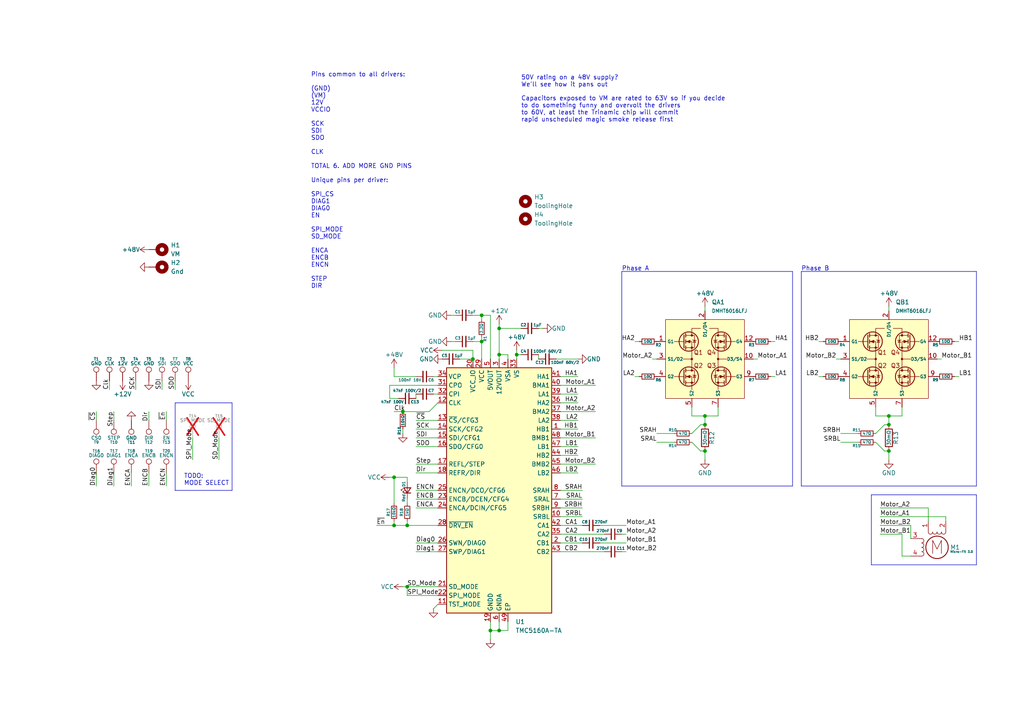
<source format=kicad_sch>
(kicad_sch (version 20230121) (generator eeschema)
  (paper "A4")
  (lib_symbols
    (symbol "Connector:TestPoint" (pin_numbers hide) (pin_names (offset 0.762) hide)
      (property "Reference" "TP" (at 0 6.858 0))
      (property "Value" "TestPoint" (at 0 5.08 0))
      (symbol "TestPoint_0_1"
        (circle (center 0 3.302) (radius 0.762))
      )
      (symbol "TestPoint_1_1"
        (pin passive line (at 0 0 90) (length 2.54) (name "1") (number "1"))
      )
    )
    (symbol "Device:C_Small" (pin_numbers hide) (pin_names (offset 0.254) hide)
      (property "Reference" "C" (at 0.254 1.778 0))
      (property "Value" "C_Small" (at 0.254 -2.032 0))
      (symbol "C_Small_0_1"
        (polyline (pts (xy -1.524 -0.508) (xy 1.524 -0.508)) (stroke (width 0.3302)))
        (polyline (pts (xy -1.524 0.508) (xy 1.524 0.508)) (stroke (width 0.3048)))
      )
      (symbol "C_Small_1_1"
        (pin passive line (at 0 2.54 270) (length 2.032) (name "~") (number "1"))
        (pin passive line (at 0 -2.54 90) (length 2.032) (name "~") (number "2"))
      )
    )
    (symbol "Device:LED_Small" (pin_numbers hide) (pin_names (offset 0.254) hide)
      (property "Reference" "D" (at -1.27 3.175 0))
      (property "Value" "LED_Small" (at -4.445 -2.54 0))
      (symbol "LED_Small_0_1"
        (polyline (pts (xy -0.762 -1.016) (xy -0.762 1.016)) (stroke (width 0.254)))
        (polyline (pts (xy 1.016 0) (xy -0.762 0)))
        (polyline (pts (xy 0.762 -1.016) (xy -0.762 0) (xy 0.762 1.016) (xy 0.762 -1.016)) (stroke (width 0.254)))
        (polyline (pts (xy 0 0.762) (xy -0.508 1.27) (xy -0.254 1.27) (xy -0.508 1.27) (xy -0.508 1.016)))
        (polyline (pts (xy 0.508 1.27) (xy 0 1.778) (xy 0.254 1.778) (xy 0 1.778) (xy 0 1.524)))
      )
      (symbol "LED_Small_1_1"
        (pin passive line (at -2.54 0 0) (length 1.778) (name "K") (number "1"))
        (pin passive line (at 2.54 0 180) (length 1.778) (name "A") (number "2"))
      )
    )
    (symbol "Device:R" (pin_numbers hide) (pin_names (offset 0))
      (property "Reference" "R" (at 2.032 0 90))
      (property "Value" "R" (at 0 0 90))
      (symbol "R_0_1"
        (rectangle (start -1.016 -2.54) (end 1.016 2.54) (stroke (width 0.254)))
      )
      (symbol "R_1_1"
        (pin passive line (at 0 3.81 270) (length 1.27) (name "~") (number "1"))
        (pin passive line (at 0 -3.81 90) (length 1.27) (name "~") (number "2"))
      )
    )
    (symbol "Device:R_Small" (pin_numbers hide) (pin_names (offset 0.254) hide)
      (property "Reference" "R" (at 0.762 0.508 0))
      (property "Value" "R_Small" (at 0.762 -1.016 0))
      (symbol "R_Small_0_1"
        (rectangle (start -0.762 1.778) (end 0.762 -1.778) (stroke (width 0.2032)))
      )
      (symbol "R_Small_1_1"
        (pin passive line (at 0 2.54 270) (length 0.762) (name "~") (number "1"))
        (pin passive line (at 0 -2.54 90) (length 0.762) (name "~") (number "2"))
      )
    )
    (symbol "Driver_Motor:TMC5160A-TA"
      (property "Reference" "U" (at -11.43 38.1 0))
      (property "Value" "TMC5160A-TA" (at 10.16 38.1 0))
      (symbol "TMC5160A-TA_1_0"
        (rectangle (start -15.24 -35.56) (end 15.24 35.56) (stroke (width 0.254)) (fill (type background)))
      )
      (symbol "TMC5160A-TA_1_1"
        (pin output line (at 17.78 17.78 180) (length 2.54) (name "HB1") (number "1"))
        (pin passive line (at 17.78 -7.62 180) (length 2.54) (name "SRBL") (number "10"))
        (pin input line (at -17.78 -33.02 0) (length 2.54) (name "TST_MODE") (number "11"))
        (pin input line (at -17.78 25.4 0) (length 2.54) (name "CLK") (number "12"))
        (pin input line (at -17.78 20.32 0) (length 2.54) (name "~{CS}/CFG3") (number "13"))
        (pin input line (at -17.78 17.78 0) (length 2.54) (name "SCK/CFG2") (number "14"))
        (pin input line (at -17.78 15.24 0) (length 2.54) (name "SDI/CFG1") (number "15"))
        (pin bidirectional line (at -17.78 12.7 0) (length 2.54) (name "SDO/CFG0") (number "16"))
        (pin input line (at -17.78 7.62 0) (length 2.54) (name "REFL/STEP") (number "17"))
        (pin input line (at -17.78 5.08 0) (length 2.54) (name "REFR/DIR") (number "18"))
        (pin power_in line (at -2.54 -38.1 90) (length 2.54) (name "GNDD") (number "19"))
        (pin passive line (at 17.78 -15.24 180) (length 2.54) (name "CB1") (number "2"))
        (pin power_in line (at -7.62 38.1 270) (length 2.54) (name "VCC_IO") (number "20"))
        (pin input line (at -17.78 -27.94 0) (length 2.54) (name "SD_MODE") (number "21"))
        (pin input line (at -17.78 -30.48 0) (length 2.54) (name "SPI_MODE") (number "22"))
        (pin input line (at -17.78 -2.54 0) (length 2.54) (name "ENCB/DCEN/CFG4") (number "23"))
        (pin input line (at -17.78 -5.08 0) (length 2.54) (name "ENCA/DCIN/CFG5") (number "24"))
        (pin bidirectional line (at -17.78 0 0) (length 2.54) (name "ENCN/DCO/CFG6") (number "25"))
        (pin bidirectional line (at -17.78 -15.24 0) (length 2.54) (name "SWN/DIAG0") (number "26"))
        (pin bidirectional line (at -17.78 -17.78 0) (length 2.54) (name "SWP/DIAG1") (number "27"))
        (pin input line (at -17.78 -10.16 0) (length 2.54) (name "~{DRV_EN}") (number "28"))
        (pin power_in line (at -5.08 38.1 270) (length 2.54) (name "VCC") (number "29"))
        (pin power_out line (at 0 38.1 270) (length 2.54) (name "12VOUT") (number "3"))
        (pin passive line (at -2.54 -38.1 90) (length 2.54) hide (name "GNDD") (number "30"))
        (pin passive line (at -17.78 30.48 0) (length 2.54) (name "CPO") (number "31"))
        (pin passive line (at -17.78 27.94 0) (length 2.54) (name "CPI") (number "32"))
        (pin power_in line (at 5.08 38.1 270) (length 2.54) (name "VS") (number "33"))
        (pin passive line (at -17.78 33.02 0) (length 2.54) (name "VCP") (number "34"))
        (pin passive line (at 17.78 -12.7 180) (length 2.54) (name "CA2") (number "35"))
        (pin output line (at 17.78 25.4 180) (length 2.54) (name "HA2") (number "36"))
        (pin passive line (at 17.78 22.86 180) (length 2.54) (name "BMA2") (number "37"))
        (pin output line (at 17.78 20.32 180) (length 2.54) (name "LA2") (number "38"))
        (pin output line (at 17.78 27.94 180) (length 2.54) (name "LA1") (number "39"))
        (pin power_in line (at 2.54 38.1 270) (length 2.54) (name "VSA") (number "4"))
        (pin passive line (at 17.78 30.48 180) (length 2.54) (name "BMA1") (number "40"))
        (pin output line (at 17.78 33.02 180) (length 2.54) (name "HA1") (number "41"))
        (pin passive line (at 17.78 -10.16 180) (length 2.54) (name "CA1") (number "42"))
        (pin passive line (at 17.78 -17.78 180) (length 2.54) (name "CB2") (number "43"))
        (pin output line (at 17.78 10.16 180) (length 2.54) (name "HB2") (number "44"))
        (pin passive line (at 17.78 7.62 180) (length 2.54) (name "BMB2") (number "45"))
        (pin output line (at 17.78 5.08 180) (length 2.54) (name "LB2") (number "46"))
        (pin output line (at 17.78 12.7 180) (length 2.54) (name "LB1") (number "47"))
        (pin passive line (at 17.78 15.24 180) (length 2.54) (name "BMB1") (number "48"))
        (pin power_in line (at 2.54 -38.1 90) (length 2.54) (name "EP") (number "49"))
        (pin power_out line (at -2.54 38.1 270) (length 2.54) (name "5VOUT") (number "5"))
        (pin power_in line (at 0 -38.1 90) (length 2.54) (name "GNDA") (number "6"))
        (pin passive line (at 17.78 -2.54 180) (length 2.54) (name "SRAL") (number "7"))
        (pin passive line (at 17.78 0 180) (length 2.54) (name "SRAH") (number "8"))
        (pin passive line (at 17.78 -5.08 180) (length 2.54) (name "SRBH") (number "9"))
      )
    )
    (symbol "GND_1" (power) (pin_names (offset 0))
      (property "Value" "GND_1" (at 0 -3.81 0))
      (symbol "GND_1_0_1"
        (polyline (pts (xy 0 0) (xy 0 -1.27) (xy 1.27 -1.27) (xy 0 -2.54) (xy -1.27 -1.27) (xy 0 -1.27)))
      )
      (symbol "GND_1_1_1"
        (pin power_in line (at 0 0 270) (length 0) hide (name "GND") (number "1"))
      )
    )
    (symbol "Mechanical:MountingHole" (pin_names (offset 1.016))
      (property "Reference" "H" (at 0 5.08 0))
      (property "Value" "MountingHole" (at 0 3.175 0))
      (symbol "MountingHole_0_1"
        (circle (center 0 0) (radius 1.27) (stroke (width 1.27)))
      )
    )
    (symbol "Mechanical:MountingHole_Pad" (pin_numbers hide) (pin_names (offset 1.016) hide)
      (property "Reference" "H" (at 0 6.35 0))
      (property "Value" "MountingHole_Pad" (at 0 4.445 0))
      (symbol "MountingHole_Pad_0_1"
        (circle (center 0 1.27) (radius 1.27) (stroke (width 1.27)))
      )
      (symbol "MountingHole_Pad_1_1"
        (pin input line (at 0 -2.54 90) (length 2.54) (name "1") (number "1"))
      )
    )
    (symbol "Motor:Stepper_Motor_bipolar" (pin_names (offset 0) hide)
      (property "Reference" "M" (at 3.81 2.54 0))
      (property "Value" "Stepper_Motor_bipolar" (at 3.81 1.27 0))
      (symbol "Stepper_Motor_bipolar_0_0"
        (polyline (pts (xy -1.27 -1.778) (xy -1.27 2.032) (xy 0 -0.508) (xy 1.27 2.032) (xy 1.27 -1.778)))
      )
      (symbol "Stepper_Motor_bipolar_0_1"
        (arc (start -4.445 -2.54) (mid -3.8127 -1.905) (end -4.445 -1.27))
        (arc (start -4.445 -1.27) (mid -3.8127 -0.635) (end -4.445 0))
        (arc (start -4.445 0) (mid -3.8127 0.635) (end -4.445 1.27))
        (arc (start -4.445 1.27) (mid -3.8127 1.905) (end -4.445 2.54))
        (arc (start -2.54 4.445) (mid -1.905 3.8127) (end -1.27 4.445))
        (arc (start -1.27 4.445) (mid -0.635 3.8127) (end 0 4.445))
        (polyline (pts (xy -5.08 -2.54) (xy -4.445 -2.54)))
        (polyline (pts (xy -5.08 2.54) (xy -4.445 2.54)))
        (polyline (pts (xy -2.54 5.08) (xy -2.54 4.445)))
        (polyline (pts (xy 2.54 5.08) (xy 2.54 4.445)))
        (circle (center 0 0) (radius 3.2512) (stroke (width 0.254)))
        (arc (start 0 4.445) (mid 0.635 3.8127) (end 1.27 4.445))
        (arc (start 1.27 4.445) (mid 1.905 3.8127) (end 2.54 4.445))
      )
      (symbol "Stepper_Motor_bipolar_1_1"
        (pin passive line (at -2.54 7.62 270) (length 2.54) (name "~") (number "1"))
        (pin passive line (at 2.54 7.62 270) (length 2.54) (name "-") (number "2"))
        (pin passive line (at -7.62 2.54 0) (length 2.54) (name "~") (number "3"))
        (pin passive line (at -7.62 -2.54 0) (length 2.54) (name "~") (number "4"))
      )
    )
    (symbol "power:+12V" (power) (pin_names (offset 0))
      (property "Value" "+12V" (at 0 3.556 0))
      (symbol "+12V_0_1"
        (polyline (pts (xy -0.762 1.27) (xy 0 2.54)))
        (polyline (pts (xy 0 0) (xy 0 2.54)))
        (polyline (pts (xy 0 2.54) (xy 0.762 1.27)))
      )
      (symbol "+12V_1_1"
        (pin power_in line (at 0 0 90) (length 0) hide (name "+12V") (number "1"))
      )
    )
    (symbol "power:+48V" (power) (pin_names (offset 0))
      (property "Value" "+48V" (at 0 3.556 0))
      (symbol "+48V_0_1"
        (polyline (pts (xy -0.762 1.27) (xy 0 2.54)))
        (polyline (pts (xy 0 0) (xy 0 2.54)))
        (polyline (pts (xy 0 2.54) (xy 0.762 1.27)))
      )
      (symbol "+48V_1_1"
        (pin power_in line (at 0 0 90) (length 0) hide (name "+48V") (number "1"))
      )
    )
    (symbol "power:GND" (power) (pin_names (offset 0))
      (property "Value" "GND" (at 0 -3.81 0))
      (symbol "GND_0_1"
        (polyline (pts (xy 0 0) (xy 0 -1.27) (xy 1.27 -1.27) (xy 0 -2.54) (xy -1.27 -1.27) (xy 0 -1.27)))
      )
      (symbol "GND_1_1"
        (pin power_in line (at 0 0 270) (length 0) hide (name "GND") (number "1"))
      )
    )
    (symbol "power:VCC" (power) (pin_names (offset 0))
      (property "Value" "VCC" (at 0 3.81 0))
      (symbol "VCC_0_1"
        (polyline (pts (xy -0.762 1.27) (xy 0 2.54)))
        (polyline (pts (xy 0 0) (xy 0 2.54)))
        (polyline (pts (xy 0 2.54) (xy 0.762 1.27)))
      )
      (symbol "VCC_1_1"
        (pin power_in line (at 0 0 90) (length 0) hide (name "VCC") (number "1"))
      )
    )
    (symbol "tmc5160-driver:DMHT6016LFJ"
      (property "Reference" "QA" (at 11.43 14.605 0))
      (property "Value" "DMHT6016LFJ" (at 11.43 12.7 0))
      (property "LCSC" "C460986" (at 0 0 0))
      (symbol "DMHT6016LFJ_0_0"
        (rectangle (start -11.43 11.43) (end 11.43 -11.43) (fill (type background)))
        (polyline (pts (xy -3.81 -7.62) (xy -3.81 -8.89)))
        (polyline (pts (xy -3.81 0) (xy -6.35 0)))
        (polyline (pts (xy 3.8102 -7.6181) (xy 3.8102 -8.8881)))
        (polyline (pts (xy 3.81 0) (xy 6.35 0)))
        (text "Q1" (at -1.905 1.905 0) (effects (font (size 1.27 1.27))))
        (text "Q2" (at -1.905 -1.905 0) (effects (font (size 1.27 1.27))))
        (text "Q3" (at 1.9052 -1.9031 0) (effects (font (size 1.27 1.27))))
        (text "Q4" (at 1.9052 1.9069 0) (effects (font (size 1.27 1.27))))
      )
      (symbol "DMHT6016LFJ_0_1"
        (circle (center -4.699 -5.08) (radius 2.794) (stroke (width 0.254)))
        (circle (center -4.699 5.08) (radius 2.794) (stroke (width 0.254)))
        (circle (center -3.81 -6.858) (radius 0.254) (fill (type outline)))
        (circle (center -3.81 -3.302) (radius 0.254) (fill (type outline)))
        (circle (center -3.81 0) (radius 0.254) (fill (type outline)))
        (circle (center -3.81 3.302) (radius 0.254) (fill (type outline)))
        (circle (center -3.81 6.858) (radius 0.254) (fill (type outline)))
        (polyline (pts (xy -6.096 -5.08) (xy -8.89 -5.08)))
        (polyline (pts (xy -6.096 -3.175) (xy -6.096 -6.985)) (stroke (width 0.254)))
        (polyline (pts (xy -6.096 5.08) (xy -8.89 5.08)))
        (polyline (pts (xy -6.096 6.985) (xy -6.096 3.175)) (stroke (width 0.254)))
        (polyline (pts (xy -5.588 -6.35) (xy -5.588 -7.366)) (stroke (width 0.254)))
        (polyline (pts (xy -5.588 -4.572) (xy -5.588 -5.588)) (stroke (width 0.254)))
        (polyline (pts (xy -5.588 -2.794) (xy -5.588 -3.81)) (stroke (width 0.254)))
        (polyline (pts (xy -5.588 3.81) (xy -5.588 2.794)) (stroke (width 0.254)))
        (polyline (pts (xy -5.588 5.588) (xy -5.588 4.572)) (stroke (width 0.254)))
        (polyline (pts (xy -5.588 7.366) (xy -5.588 6.35)) (stroke (width 0.254)))
        (polyline (pts (xy -3.81 7.62) (xy -3.81 6.858)))
        (polyline (pts (xy 3.8102 7.6219) (xy 3.8102 6.8599)))
        (polyline (pts (xy 5.5882 -6.3481) (xy 5.5882 -7.3641)) (stroke (width 0.254)))
        (polyline (pts (xy 5.5882 -4.5701) (xy 5.5882 -5.5861)) (stroke (width 0.254)))
        (polyline (pts (xy 5.5882 -2.7921) (xy 5.5882 -3.8081)) (stroke (width 0.254)))
        (polyline (pts (xy 5.5882 3.8119) (xy 5.5882 2.7959)) (stroke (width 0.254)))
        (polyline (pts (xy 5.5882 5.5899) (xy 5.5882 4.5739)) (stroke (width 0.254)))
        (polyline (pts (xy 5.5882 7.3679) (xy 5.5882 6.3519)) (stroke (width 0.254)))
        (polyline (pts (xy 6.0962 -5.0781) (xy 8.8902 -5.0781)))
        (polyline (pts (xy 6.0962 -3.1731) (xy 6.0962 -6.9831)) (stroke (width 0.254)))
        (polyline (pts (xy 6.0962 5.0819) (xy 8.8902 5.0819)))
        (polyline (pts (xy 6.0962 6.9869) (xy 6.0962 3.1769)) (stroke (width 0.254)))
        (polyline (pts (xy -3.81 -7.62) (xy -3.81 -5.08) (xy -5.588 -5.08)))
        (polyline (pts (xy -3.81 -3.302) (xy -3.81 5.08) (xy -5.588 5.08)))
        (polyline (pts (xy -3.81 7.62) (xy -3.81 8.89) (xy -1.27 8.89)))
        (polyline (pts (xy 3.8102 -7.6181) (xy 3.8102 -5.0781) (xy 5.5882 -5.0781)))
        (polyline (pts (xy 3.8102 -3.3001) (xy 3.8102 5.0819) (xy 5.5882 5.0819)))
        (polyline (pts (xy 3.8102 7.6219) (xy 3.8102 8.8919) (xy 1.2702 8.8919)))
        (polyline (pts (xy -5.588 -6.858) (xy -3.048 -6.858) (xy -3.048 -3.302) (xy -5.588 -3.302)))
        (polyline (pts (xy -5.588 3.302) (xy -3.048 3.302) (xy -3.048 6.858) (xy -5.588 6.858)))
        (polyline (pts (xy -5.334 -5.08) (xy -4.318 -4.699) (xy -4.318 -5.461) (xy -5.334 -5.08)) (fill (type outline)))
        (polyline (pts (xy -5.334 5.08) (xy -4.318 5.461) (xy -4.318 4.699) (xy -5.334 5.08)) (fill (type outline)))
        (polyline (pts (xy -3.556 -4.572) (xy -3.429 -4.699) (xy -2.667 -4.699) (xy -2.54 -4.826)))
        (polyline (pts (xy -3.556 5.588) (xy -3.429 5.461) (xy -2.667 5.461) (xy -2.54 5.334)))
        (polyline (pts (xy -3.048 -4.699) (xy -3.429 -5.334) (xy -2.667 -5.334) (xy -3.048 -4.699)))
        (polyline (pts (xy -3.048 5.461) (xy -3.429 4.826) (xy -2.667 4.826) (xy -3.048 5.461)))
        (polyline (pts (xy 3.0482 -4.6971) (xy 3.4292 -5.3321) (xy 2.6672 -5.3321) (xy 3.0482 -4.6971)))
        (polyline (pts (xy 3.0482 5.4629) (xy 3.4292 4.8279) (xy 2.6672 4.8279) (xy 3.0482 5.4629)))
        (polyline (pts (xy 3.5562 -4.5701) (xy 3.4292 -4.6971) (xy 2.6672 -4.6971) (xy 2.5402 -4.8241)))
        (polyline (pts (xy 3.5562 5.5899) (xy 3.4292 5.4629) (xy 2.6672 5.4629) (xy 2.5402 5.3359)))
        (polyline (pts (xy 5.3342 -5.0781) (xy 4.3182 -4.6971) (xy 4.3182 -5.4591) (xy 5.3342 -5.0781)) (fill (type outline)))
        (polyline (pts (xy 5.3342 5.0819) (xy 4.3182 5.4629) (xy 4.3182 4.7009) (xy 5.3342 5.0819)) (fill (type outline)))
        (polyline (pts (xy 5.5882 -6.8561) (xy 3.0482 -6.8561) (xy 3.0482 -3.3001) (xy 5.5882 -3.3001)))
        (polyline (pts (xy 5.5882 3.3039) (xy 3.0482 3.3039) (xy 3.0482 6.8599) (xy 5.5882 6.8599)))
        (circle (center 3.8102 -6.8561) (radius 0.254) (fill (type outline)))
        (circle (center 3.8102 -3.3001) (radius 0.254) (fill (type outline)))
        (circle (center 3.8102 0.0019) (radius 0.254) (fill (type outline)))
        (circle (center 3.8102 3.3039) (radius 0.254) (fill (type outline)))
        (circle (center 3.8102 6.8599) (radius 0.254) (fill (type outline)))
        (circle (center 4.6992 -5.0781) (radius 2.794) (stroke (width 0.254)))
        (circle (center 4.6992 5.0819) (radius 2.794) (stroke (width 0.254)))
      )
      (symbol "DMHT6016LFJ_1_1"
        (pin passive line (at -13.97 5.08 0) (length 2.54) (name "G1") (number "1"))
        (pin passive line (at 13.97 0 180) (length 2.54) (name "D3/S4") (number "10"))
        (pin passive line (at 0 13.97 270) (length 2.54) hide (name "D1/D4") (number "11"))
        (pin passive line (at 0 13.97 270) (length 2.54) hide (name "D1/D4") (number "11"))
        (pin passive line (at 13.97 5.08 180) (length 2.54) (name "G4") (number "12"))
        (pin passive line (at 0 13.97 270) (length 2.54) (name "D1/D4") (number "2"))
        (pin passive line (at -13.97 0 0) (length 2.54) (name "S1/D2") (number "3"))
        (pin passive line (at -13.97 -5.08 0) (length 2.54) (name "G2") (number "4"))
        (pin passive line (at -3.81 -13.97 90) (length 2.54) (name "S2") (number "5"))
        (pin passive line (at -3.81 -13.97 90) (length 2.54) hide (name "S2") (number "6"))
        (pin passive line (at 3.81 -13.97 90) (length 2.54) (name "S3") (number "7"))
        (pin passive line (at 3.81 -13.97 90) (length 2.54) hide (name "S3") (number "8"))
        (pin passive line (at 13.97 -5.08 180) (length 2.54) (name "G3") (number "9"))
        (pin passive line (at 0 13.97 270) (length 2.54) hide (name "D1/D4") (number "P1"))
        (pin passive line (at -13.97 0 0) (length 2.54) hide (name "S1/D2") (number "P2"))
        (pin passive line (at 13.97 0 180) (length 2.54) hide (name "D3/S4") (number "P3"))
      )
    )
  )
  (junction (at 149.86 102.87))
  (junction (at 144.78 102.87))
  (junction (at 137.16 104.14))
  (junction (at 204.47 123.19))
  (junction (at 257.81 130.81))
  (junction (at 139.7 91.44))
  (junction (at 257.81 120.65))
  (junction (at 204.47 120.65))
  (junction (at 204.47 130.81))
  (junction (at 139.7 99.06))
  (junction (at 257.81 123.19))
  (junction (at 118.11 170.18))
  (junction (at 114.3 152.4))
  (junction (at 142.24 182.88))
  (junction (at 114.3 138.43))
  (junction (at 116.84 119.38))
  (junction (at 144.78 95.25))
  (junction (at 144.78 182.88))
  (junction (at 118.11 152.4))
  (polyline (pts (xy 67.31 116.84) (xy 67.31 142.24)))
  (wire (pts (xy 120.65 144.78) (xy 127 144.78)))
  (wire (pts (xy 120.65 157.48) (xy 127 157.48)))
  (wire (pts (xy 256.54 123.19) (xy 257.81 123.19)))
  (wire (pts (xy 238.76 109.22) (xy 237.49 109.22)))
  (wire (pts (xy 130.81 91.44) (xy 132.08 91.44)))
  (wire (pts (xy 137.16 91.44) (xy 139.7 91.44)))
  (polyline (pts (xy 67.31 142.24) (xy 50.8 142.24)))
  (wire (pts (xy 142.24 91.44) (xy 139.7 91.44)))
  (wire (pts (xy 118.11 152.4) (xy 118.11 151.13)))
  (wire (pts (xy 254 120.65) (xy 257.81 120.65)))
  (wire (pts (xy 167.64 137.16) (xy 162.56 137.16)))
  (wire (pts (xy 162.56 149.86) (xy 168.91 149.86)))
  (wire (pts (xy 162.56 152.4) (xy 168.91 152.4)))
  (wire (pts (xy 181.61 152.4) (xy 173.99 152.4)))
  (wire (pts (xy 167.64 132.08) (xy 162.56 132.08)))
  (wire (pts (xy 120.65 121.92) (xy 127 121.92)))
  (wire (pts (xy 243.84 125.73) (xy 248.92 125.73)))
  (wire (pts (xy 142.24 182.88) (xy 142.24 180.34)))
  (wire (pts (xy 167.64 104.14) (xy 161.29 104.14)))
  (wire (pts (xy 130.81 99.06) (xy 132.08 99.06)))
  (wire (pts (xy 144.78 180.34) (xy 144.78 182.88)))
  (wire (pts (xy 118.11 138.43) (xy 118.11 139.7)))
  (wire (pts (xy 203.2 123.19) (xy 204.47 123.19)))
  (wire (pts (xy 114.3 138.43) (xy 114.3 146.05)))
  (wire (pts (xy 167.64 129.54) (xy 162.56 129.54)))
  (wire (pts (xy 200.66 118.11) (xy 200.66 120.65)))
  (wire (pts (xy 172.72 119.38) (xy 162.56 119.38)))
  (wire (pts (xy 38.1 140.97) (xy 38.1 137.16)))
  (wire (pts (xy 190.5 128.27) (xy 195.58 128.27)))
  (wire (pts (xy 200.66 125.73) (xy 203.2 123.19)))
  (wire (pts (xy 125.73 114.3) (xy 127 114.3)))
  (wire (pts (xy 113.03 115.57) (xy 113.03 111.76)))
  (wire (pts (xy 33.02 119.38) (xy 33.02 121.92)))
  (wire (pts (xy 223.52 109.22) (xy 224.79 109.22)))
  (wire (pts (xy 137.16 99.06) (xy 139.7 99.06)))
  (wire (pts (xy 180.34 154.94) (xy 181.61 154.94)))
  (wire (pts (xy 162.56 147.32) (xy 168.91 147.32)))
  (wire (pts (xy 43.18 140.97) (xy 43.18 137.16)))
  (wire (pts (xy 269.24 147.32) (xy 269.24 151.13)))
  (wire (pts (xy 172.72 134.62) (xy 162.56 134.62)))
  (wire (pts (xy 120.65 127) (xy 127 127)))
  (wire (pts (xy 185.42 109.22) (xy 184.15 109.22)))
  (wire (pts (xy 139.7 97.79) (xy 139.7 99.06)))
  (wire (pts (xy 118.11 172.72) (xy 127 172.72)))
  (wire (pts (xy 256.54 130.81) (xy 257.81 130.81)))
  (wire (pts (xy 254 128.27) (xy 256.54 130.81)))
  (polyline (pts (xy 252.73 163.83) (xy 283.21 163.83)))
  (wire (pts (xy 118.11 170.18) (xy 127 170.18)))
  (wire (pts (xy 114.3 109.22) (xy 120.65 109.22)))
  (polyline (pts (xy 180.34 78.74) (xy 229.87 78.74)))
  (wire (pts (xy 144.78 182.88) (xy 147.32 182.88)))
  (wire (pts (xy 254 118.11) (xy 254 120.65)))
  (wire (pts (xy 274.32 149.86) (xy 274.32 151.13)))
  (polyline (pts (xy 50.8 116.84) (xy 67.31 116.84)))
  (wire (pts (xy 27.94 140.97) (xy 27.94 137.16)))
  (wire (pts (xy 120.65 137.16) (xy 127 137.16)))
  (wire (pts (xy 114.3 151.13) (xy 114.3 152.4)))
  (wire (pts (xy 276.86 109.22) (xy 278.13 109.22)))
  (wire (pts (xy 124.46 119.38) (xy 127 116.84)))
  (wire (pts (xy 109.22 152.4) (xy 114.3 152.4)))
  (wire (pts (xy 144.78 102.87) (xy 147.32 102.87)))
  (polyline (pts (xy 283.21 140.97) (xy 232.41 140.97)))
  (wire (pts (xy 147.32 182.88) (xy 147.32 180.34)))
  (wire (pts (xy 118.11 152.4) (xy 127 152.4)))
  (wire (pts (xy 144.78 95.25) (xy 144.78 102.87)))
  (polyline (pts (xy 229.87 140.97) (xy 180.34 140.97)))
  (wire (pts (xy 139.7 91.44) (xy 139.7 92.71)))
  (wire (pts (xy 243.84 128.27) (xy 248.92 128.27)))
  (wire (pts (xy 162.56 157.48) (xy 168.91 157.48)))
  (polyline (pts (xy 232.41 78.74) (xy 283.21 78.74)))
  (wire (pts (xy 120.65 129.54) (xy 127 129.54)))
  (wire (pts (xy 142.24 104.14) (xy 142.24 91.44)))
  (wire (pts (xy 133.35 104.14) (xy 137.16 104.14)))
  (wire (pts (xy 113.03 111.76) (xy 127 111.76)))
  (wire (pts (xy 137.16 101.6) (xy 137.16 104.14)))
  (wire (pts (xy 50.8 113.03) (xy 50.8 110.49)))
  (wire (pts (xy 255.27 147.32) (xy 269.24 147.32)))
  (wire (pts (xy 120.65 115.57) (xy 120.65 114.3)))
  (wire (pts (xy 144.78 93.98) (xy 144.78 95.25)))
  (wire (pts (xy 276.86 99.06) (xy 278.13 99.06)))
  (polyline (pts (xy 229.87 78.74) (xy 229.87 140.97)))
  (wire (pts (xy 157.48 95.25) (xy 156.21 95.25)))
  (wire (pts (xy 223.52 99.06) (xy 224.79 99.06)))
  (wire (pts (xy 203.2 130.81) (xy 204.47 130.81)))
  (wire (pts (xy 120.65 147.32) (xy 127 147.32)))
  (wire (pts (xy 63.5 133.35) (xy 63.5 127)))
  (wire (pts (xy 149.86 102.87) (xy 149.86 104.14)))
  (wire (pts (xy 48.26 140.97) (xy 48.26 137.16)))
  (wire (pts (xy 120.65 134.62) (xy 127 134.62)))
  (polyline (pts (xy 252.73 143.51) (xy 252.73 163.83)))
  (wire (pts (xy 162.56 142.24) (xy 168.91 142.24)))
  (wire (pts (xy 167.64 114.3) (xy 162.56 114.3)))
  (wire (pts (xy 208.28 120.65) (xy 208.28 118.11)))
  (polyline (pts (xy 50.8 142.24) (xy 50.8 116.84)))
  (wire (pts (xy 144.78 102.87) (xy 144.78 104.14)))
  (wire (pts (xy 189.23 104.14) (xy 190.5 104.14)))
  (wire (pts (xy 238.76 99.06) (xy 237.49 99.06)))
  (wire (pts (xy 167.64 121.92) (xy 162.56 121.92)))
  (wire (pts (xy 219.71 104.14) (xy 218.44 104.14)))
  (wire (pts (xy 114.3 106.68) (xy 114.3 109.22)))
  (wire (pts (xy 43.18 119.38) (xy 43.18 121.92)))
  (wire (pts (xy 167.64 116.84) (xy 162.56 116.84)))
  (wire (pts (xy 180.34 160.02) (xy 181.61 160.02)))
  (wire (pts (xy 31.75 113.03) (xy 31.75 110.49)))
  (wire (pts (xy 149.86 101.6) (xy 149.86 102.87)))
  (wire (pts (xy 200.66 120.65) (xy 204.47 120.65)))
  (wire (pts (xy 204.47 120.65) (xy 208.28 120.65)))
  (wire (pts (xy 118.11 144.78) (xy 118.11 146.05)))
  (wire (pts (xy 116.84 119.38) (xy 124.46 119.38)))
  (wire (pts (xy 204.47 88.9) (xy 204.47 90.17)))
  (wire (pts (xy 257.81 88.9) (xy 257.81 90.17)))
  (wire (pts (xy 181.61 157.48) (xy 173.99 157.48)))
  (wire (pts (xy 120.65 124.46) (xy 127 124.46)))
  (wire (pts (xy 46.99 113.03) (xy 46.99 110.49)))
  (wire (pts (xy 113.03 138.43) (xy 114.3 138.43)))
  (wire (pts (xy 162.56 160.02) (xy 175.26 160.02)))
  (polyline (pts (xy 252.73 143.51) (xy 283.21 143.51)))
  (wire (pts (xy 167.64 124.46) (xy 162.56 124.46)))
  (wire (pts (xy 261.62 154.94) (xy 261.62 161.29)))
  (wire (pts (xy 261.62 161.29) (xy 264.16 161.29)))
  (wire (pts (xy 128.27 101.6) (xy 137.16 101.6)))
  (wire (pts (xy 204.47 120.65) (xy 204.47 123.19)))
  (wire (pts (xy 204.47 130.81) (xy 204.47 133.35)))
  (wire (pts (xy 114.3 119.38) (xy 116.84 119.38)))
  (wire (pts (xy 48.26 119.38) (xy 48.26 121.92)))
  (wire (pts (xy 172.72 111.76) (xy 162.56 111.76)))
  (wire (pts (xy 172.72 127) (xy 162.56 127)))
  (wire (pts (xy 125.73 109.22) (xy 127 109.22)))
  (wire (pts (xy 242.57 104.14) (xy 243.84 104.14)))
  (wire (pts (xy 139.7 99.06) (xy 139.7 104.14)))
  (wire (pts (xy 273.05 104.14) (xy 271.78 104.14)))
  (polyline (pts (xy 180.34 78.74) (xy 180.34 140.97)))
  (wire (pts (xy 167.64 109.22) (xy 162.56 109.22)))
  (wire (pts (xy 264.16 152.4) (xy 264.16 156.21)))
  (wire (pts (xy 144.78 182.88) (xy 142.24 182.88)))
  (wire (pts (xy 162.56 144.78) (xy 168.91 144.78)))
  (wire (pts (xy 114.3 138.43) (xy 118.11 138.43)))
  (wire (pts (xy 257.81 130.81) (xy 257.81 133.35)))
  (wire (pts (xy 116.84 124.46) (xy 116.84 125.73)))
  (wire (pts (xy 114.3 152.4) (xy 118.11 152.4)))
  (wire (pts (xy 200.66 128.27) (xy 203.2 130.81)))
  (wire (pts (xy 39.37 113.03) (xy 39.37 110.49)))
  (wire (pts (xy 185.42 99.06) (xy 184.15 99.06)))
  (polyline (pts (xy 232.41 78.74) (xy 232.41 140.97)))
  (wire (pts (xy 118.11 170.18) (xy 118.11 172.72)))
  (wire (pts (xy 255.27 152.4) (xy 264.16 152.4)))
  (wire (pts (xy 27.94 119.38) (xy 27.94 121.92)))
  (polyline (pts (xy 283.21 163.83) (xy 283.21 143.51)))
  (wire (pts (xy 142.24 185.42) (xy 142.24 182.88)))
  (wire (pts (xy 190.5 125.73) (xy 195.58 125.73)))
  (polyline (pts (xy 283.21 78.74) (xy 283.21 140.97)))
  (wire (pts (xy 33.02 140.97) (xy 33.02 137.16)))
  (wire (pts (xy 120.65 160.02) (xy 127 160.02)))
  (wire (pts (xy 156.21 104.14) (xy 156.21 102.87)))
  (wire (pts (xy 162.56 154.94) (xy 175.26 154.94)))
  (wire (pts (xy 151.13 95.25) (xy 144.78 95.25)))
  (wire (pts (xy 261.62 120.65) (xy 261.62 118.11)))
  (wire (pts (xy 255.27 154.94) (xy 261.62 154.94)))
  (wire (pts (xy 55.88 133.35) (xy 55.88 127)))
  (wire (pts (xy 254 125.73) (xy 256.54 123.19)))
  (wire (pts (xy 115.57 115.57) (xy 113.03 115.57)))
  (wire (pts (xy 116.84 170.18) (xy 118.11 170.18)))
  (wire (pts (xy 257.81 120.65) (xy 261.62 120.65)))
  (wire (pts (xy 147.32 102.87) (xy 147.32 104.14)))
  (wire (pts (xy 125.73 176.53) (xy 127 175.26)))
  (wire (pts (xy 120.65 142.24) (xy 127 142.24)))
  (wire (pts (xy 255.27 149.86) (xy 274.32 149.86)))
  (wire (pts (xy 151.13 102.87) (xy 149.86 102.87)))
  (wire (pts (xy 257.81 120.65) (xy 257.81 123.19)))
  (text "50V rating on a 48V supply?\nWe'll see how it pans out" (at 151.13 25.4 0) (effects (font (size 1.27 1.27)) (justify left bottom)))
  (text "Phase A" (at 180.34 78.74 0) (effects (font (size 1.27 1.27)) (justify left bottom)))
  (text "Phase B" (at 232.41 78.74 0) (effects (font (size 1.27 1.27)) (justify left bottom)))
  (text "Capacitors exposed to VM are rated to 63V so if you decide \nto do something funny and overvolt the drivers \nto 60V, at least the Trinamic chip will commit \nrapid unscheduled magic smoke release first" (at 151.13 35.56 0) (effects (font (size 1.27 1.27)) (justify left bottom)))
  (text "TODO:\nMODE SELECT" (at 53.34 140.97 0) (effects (font (size 1.27 1.27)) (justify left bottom)))
  (text "Pins common to all drivers:\n\n(GND)\n(VM)\n12V\nVCCIO\n\nSCK\nSDI\nSDO\n\nCLK\n\nTOTAL 6. ADD MORE GND PINS\n\nUnique pins per driver:\n\nSPI_CS\nDIAG1\nDIAG0\nEN\n\nSPI_MODE\nSD_MODE\n\nENCA\nENCB\nENCN\n\nSTEP\nDIR" (at 90.17 83.82 0) (effects (font (size 1.27 1.27)) (justify left bottom)))
  (label "Motor_A1" (at 219.71 104.14 0))
  (label "Diag0" (at 27.94 140.97 90))
  (label "HB2" (at 237.49 99.06 180))
  (label "HB2" (at 167.64 132.08 180))
  (label "SRBL" (at 243.84 128.27 180))
  (label "Dir" (at 43.18 119.38 270))
  (label "Motor_B1" (at 181.61 157.48 0))
  (label "~{CS}" (at 27.94 119.38 270))
  (label "Motor_A2" (at 189.23 104.14 180))
  (label "Clk" (at 31.75 113.03 90))
  (label "HA1" (at 224.79 99.06 0))
  (label "Clk" (at 114.3 119.38 0))
  (label "ENCB" (at 43.18 140.97 90))
  (label "~{En}" (at 48.26 119.38 270))
  (label "Motor_B2" (at 242.57 104.14 180))
  (label "SRBH" (at 168.91 147.32 180))
  (label "ENCB" (at 120.65 144.78 0))
  (label "SRBH" (at 243.84 125.73 180))
  (label "ENCA" (at 120.65 147.32 0))
  (label "CA1" (at 167.64 152.4 180))
  (label "SPI_Mode" (at 55.88 133.35 90))
  (label "LA1" (at 167.64 114.3 180))
  (label "~{CS}" (at 120.65 121.92 0))
  (label "ENCA" (at 38.1 140.97 90))
  (label "Motor_A2" (at 181.61 154.94 0))
  (label "LB1" (at 167.64 129.54 180))
  (label "LA2" (at 184.15 109.22 180))
  (label "Motor_B2" (at 181.61 160.02 0))
  (label "SPI_Mode" (at 118.11 172.72 0))
  (label "SRBL" (at 168.91 149.86 180))
  (label "Step" (at 120.65 134.62 0))
  (label "~{En}" (at 109.22 152.4 0))
  (label "HA2" (at 167.64 116.84 180))
  (label "SD_Mode" (at 118.11 170.18 0))
  (label "Motor_A1" (at 172.72 111.76 180))
  (label "CB2" (at 167.64 160.02 180))
  (label "Motor_A2" (at 255.27 147.32 0))
  (label "LB2" (at 167.64 137.16 180))
  (label "SCK" (at 39.37 113.03 90))
  (label "Motor_B1" (at 273.05 104.14 0))
  (label "SRAL" (at 190.5 128.27 180))
  (label "CA2" (at 167.64 154.94 180))
  (label "SRAL" (at 168.91 144.78 180))
  (label "ENCN" (at 120.65 142.24 0))
  (label "SRAH" (at 190.5 125.73 180))
  (label "Motor_A2" (at 172.72 119.38 180))
  (label "LA2" (at 167.64 121.92 180))
  (label "Diag1" (at 33.02 140.97 90))
  (label "SDI" (at 120.65 127 0))
  (label "Motor_B2" (at 255.27 152.4 0))
  (label "LB2" (at 237.49 109.22 180))
  (label "Motor_B1" (at 172.72 127 180))
  (label "Motor_B2" (at 172.72 134.62 180))
  (label "Dir" (at 120.65 137.16 0))
  (label "SRAH" (at 168.91 142.24 180))
  (label "CB1" (at 167.64 157.48 180))
  (label "Step" (at 33.02 119.38 270))
  (label "LA1" (at 224.79 109.22 0))
  (label "LB1" (at 278.13 109.22 0))
  (label "ENCN" (at 48.26 140.97 90))
  (label "HA2" (at 184.15 99.06 180))
  (label "SDI" (at 46.99 113.03 90))
  (label "SCK" (at 120.65 124.46 0))
  (label "Motor_A1" (at 255.27 149.86 0))
  (label "Diag0" (at 120.65 157.48 0))
  (label "HB1" (at 167.64 124.46 180))
  (label "Motor_B1" (at 255.27 154.94 0))
  (label "SD_Mode" (at 63.5 133.35 90))
  (label "HB1" (at 278.13 99.06 0))
  (label "Motor_A1" (at 181.61 152.4 0))
  (label "HA1" (at 167.64 109.22 180))
  (label "SDO" (at 50.8 113.03 90))
  (label "SDO" (at 120.65 129.54 0))
  (label "Diag1" (at 120.65 160.02 0))
  (symbol (lib_id "Connector:TestPoint") (at 38.1 121.92 0) (mirror x) (unit 1)
    (property "Reference" "T11" (at 38.1 128.27 0) (effects (font (size 0.8 0.8))))
    (property "Value" "GND" (at 38.1 127 0) (effects (font (size 1 1))))
    (property "Footprint" "corevus:LGA_Land" (effects hide))
  )
  (symbol (lib_id "power:GND") (at 116.84 125.73 0) (unit 1)
    (property "Reference" "#PWR024" (effects hide))
    (property "Value" "GND" (effects hide))
  )
  (symbol (lib_id "Device:R_Small") (at 116.84 121.92 0) (mirror y) (unit 1)
    (property "Reference" "R16" (at 115.84 124.92 90) (effects (font (size 0.8 0.8))))
    (property "Value" "10kΩ" (at 116.84 121.92 90) (effects (font (size 0.8 0.8))))
    (property "Footprint" "AlphaLib:0402R" (effects hide))
  )
  (symbol (lib_id "Connector:TestPoint") (at 55.88 127 0) (unit 1) (on_board no) (dnp yes)
    (property "Reference" "T14" (at 55.88 120.65 0) (effects (font (size 0.8 0.8))))
    (property "Value" "SPI_MODE" (at 55.88 121.92 0) (effects (font (size 1 1))))
    (property "Footprint" "corevus:LGA_Land" (effects hide))
  )
  (symbol (lib_id "Device:R_Small") (at 220.98 109.22 270) (unit 1)
    (property "Reference" "R7" (at 217.98 110.22 90) (effects (font (size 0.8 0.8))))
    (property "Value" "10Ω" (at 220.98 109.22 90) (effects (font (size 0.8 0.8))))
    (property "Footprint" "AlphaLib:0402R" (effects hide))
  )
  (symbol (lib_name "GND_1") (lib_id "power:GND") (at 204.47 133.35 0) (unit 1)
    (property "Reference" "#PWR017" (effects hide))
    (property "Value" "GND" (at 204.47 137.16 0))
  )
  (symbol (lib_id "tmc5160-driver:DMHT6016LFJ") (at 257.81 104.14 0) (unit 1)
    (property "Reference" "QB1" (at 259.7497 87.63 0) (effects (justify left)))
    (property "Value" "DMHT6016LFJ" (at 259.7497 90.17 0) (effects (font (size 1 1)) (justify left)))
    (property "Footprint" "corevus:V-DFN5045-12-Type-B" (effects hide))
    (property "Datasheet" "https://datasheet.lcsc.com/lcsc/1912111437_Diodes-Incorporated-DMHT6016LFJ-13_C460986.pdf" (effects hide))
    (property "LCSC" "C460986" (effects hide))
  )
  (symbol (lib_id "Connector:TestPoint") (at 48.26 137.16 0) (unit 1)
    (property "Reference" "T20" (at 48.26 130.81 0) (effects (font (size 0.8 0.8))))
    (property "Value" "ENCN" (at 48.26 132.08 0) (effects (font (size 1 1))))
    (property "Footprint" "corevus:LGA_Land" (effects hide))
  )
  (symbol (lib_id "Connector:TestPoint") (at 33.02 121.92 0) (mirror x) (unit 1)
    (property "Reference" "T10" (at 33.02 128.27 0) (effects (font (size 0.8 0.8))))
    (property "Value" "STEP" (at 33.02 127 0) (effects (font (size 1 1))))
    (property "Footprint" "corevus:LGA_Land" (effects hide))
  )
  (symbol (lib_id "Connector:TestPoint") (at 38.1 137.16 0) (unit 1)
    (property "Reference" "T18" (at 38.1 130.81 0) (effects (font (size 0.8 0.8))))
    (property "Value" "ENCA" (at 38.1 132.08 0) (effects (font (size 1 1))))
    (property "Footprint" "corevus:LGA_Land" (effects hide))
  )
  (symbol (lib_id "power:+12V") (at 35.56 110.49 180) (unit 1)
    (property "Reference" "#PWR013" (effects hide))
    (property "Value" "+12V" (at 35.56 114.3 0))
  )
  (symbol (lib_id "power:+48V") (at 204.47 88.9 0) (unit 1)
    (property "Reference" "#PWR022" (effects hide))
    (property "Value" "+48V" (at 204.47 85.09 0))
  )
  (symbol (lib_id "Connector:TestPoint") (at 43.18 137.16 0) (unit 1)
    (property "Reference" "T19" (at 43.18 130.81 0) (effects (font (size 0.8 0.8))))
    (property "Value" "ENCB" (at 43.18 132.08 0) (effects (font (size 1 1))))
    (property "Footprint" "corevus:LGA_Land" (effects hide))
  )
  (symbol (lib_name "GND_1") (lib_id "power:GND") (at 257.81 133.35 0) (unit 1)
    (property "Reference" "#PWR018" (effects hide))
    (property "Value" "GND" (at 257.81 137.16 0))
  )
  (symbol (lib_id "Connector:TestPoint") (at 43.18 121.92 0) (mirror x) (unit 1)
    (property "Reference" "T12" (at 43.18 128.27 0) (effects (font (size 0.8 0.8))))
    (property "Value" "DIR" (at 43.18 127 0) (effects (font (size 1 1))))
    (property "Footprint" "corevus:LGA_Land" (effects hide))
  )
  (symbol (lib_id "power:GND") (at 43.18 110.49 0) (unit 1)
    (property "Reference" "#PWR014" (effects hide))
    (property "Value" "GND" (effects hide))
  )
  (symbol (lib_id "Device:R_Small") (at 241.3 109.22 90) (mirror x) (unit 1)
    (property "Reference" "R8" (at 244.3 110.22 90) (effects (font (size 0.8 0.8))))
    (property "Value" "10Ω" (at 241.3 109.22 90) (effects (font (size 0.8 0.8))))
    (property "Footprint" "AlphaLib:0402R" (effects hide))
  )
  (symbol (lib_id "Device:C_Small") (at 134.62 99.06 90) (mirror x) (unit 1)
    (property "Reference" "C3" (at 133.62 98.06 90) (effects (font (size 0.8 0.8)) (justify left)))
    (property "Value" "1µF" (at 135.62 98.06 90) (effects (font (size 0.8 0.8)) (justify right)))
    (property "Footprint" "AlphaLib:0402C" (effects hide))
  )
  (symbol (lib_id "power:VCC") (at 116.84 170.18 90) (unit 1)
    (property "Reference" "#PWR019" (effects hide))
    (property "Value" "VCC" (at 114.3 170.18 90) (effects (justify left)))
  )
  (symbol (lib_id "Device:C_Small") (at 123.19 109.22 270) (mirror x) (unit 1)
    (property "Reference" "C6" (at 124.19 110.22 90) (effects (font (size 0.8 0.8)) (justify left)))
    (property "Value" "100nF 16V" (at 122.19 110.22 90) (effects (font (size 0.8 0.8)) (justify right)))
    (property "Footprint" "AlphaLib:0402C" (effects hide))
  )
  (symbol (lib_name "GND_1") (lib_id "power:GND") (at 128.27 104.14 270) (unit 1)
    (property "Reference" "#PWR010" (effects hide))
    (property "Value" "GND" (at 125.73 104.14 90) (effects (justify right)))
  )
  (symbol (lib_id "Connector:TestPoint") (at 27.94 137.16 0) (unit 1)
    (property "Reference" "T16" (at 27.94 130.81 0) (effects (font (size 0.8 0.8))))
    (property "Value" "DIAG0" (at 27.94 132.08 0) (effects (font (size 1 1))))
    (property "Footprint" "corevus:LGA_Land" (effects hide))
  )
  (symbol (lib_id "Device:LED_Small") (at 118.11 142.24 90) (unit 1)
    (property "Reference" "D1" (at 117.11 141.24 0) (effects (font (size 0.8 0.8)) (justify left)))
    (property "Value" "Red" (at 117.11 143.24 0) (effects (font (size 0.8 0.8)) (justify right)))
    (property "Footprint" "AlphaLib:0603LED" (effects hide))
  )
  (symbol (lib_id "power:VCC") (at 128.27 101.6 90) (unit 1)
    (property "Reference" "#PWR07" (effects hide))
    (property "Value" "VCC" (at 125.73 101.6 90) (effects (justify left)))
  )
  (symbol (lib_id "Device:C_Small") (at 130.81 104.14 90) (mirror x) (unit 1)
    (property "Reference" "C5" (at 129.81 103.14 90) (effects (font (size 0.8 0.8)) (justify left)))
    (property "Value" "1µF" (at 131.81 103.14 90) (effects (font (size 0.8 0.8)) (justify right)))
    (property "Footprint" "AlphaLib:0402C" (effects hide))
  )
  (symbol (lib_id "power:GND") (at 125.73 176.53 0) (unit 1)
    (property "Reference" "#PWR020" (effects hide))
    (property "Value" "GND" (effects hide))
  )
  (symbol (lib_id "Device:C_Small") (at 171.45 157.48 90) (mirror x) (unit 1)
    (property "Reference" "C10" (at 170.45 156.48 90) (effects (font (size 0.8 0.8)) (justify left)))
    (property "Value" "270nF" (at 172.45 156.48 90) (effects (font (size 0.8 0.8)) (justify right)))
    (property "Footprint" "AlphaLib:0402C" (effects hide))
  )
  (symbol (lib_id "Connector:TestPoint") (at 50.8 110.49 0) (unit 1)
    (property "Reference" "T7" (at 50.8 104.14 0) (effects (font (size 0.8 0.8))))
    (property "Value" "SDO" (at 50.8 105.41 0) (effects (font (size 1 1))))
    (property "Footprint" "corevus:LGA_Land" (effects hide))
  )
  (symbol (lib_id "Connector:TestPoint") (at 63.5 127 0) (unit 1) (on_board no) (dnp yes)
    (property "Reference" "T15" (at 63.5 120.65 0) (effects (font (size 0.8 0.8))))
    (property "Value" "SD_MODE" (at 63.5 121.92 0) (effects (font (size 1 1))))
    (property "Footprint" "corevus:LGA_Land" (effects hide))
  )
  (symbol (lib_name "GND_1") (lib_id "power:GND") (at 157.48 95.25 90) (mirror x) (unit 1)
    (property "Reference" "#PWR05" (effects hide))
    (property "Value" "GND" (at 160.02 95.25 90) (effects (justify right)))
  )
  (symbol (lib_id "power:+48V") (at 149.86 101.6 0) (unit 1)
    (property "Reference" "#PWR08" (effects hide))
    (property "Value" "+48V" (at 149.86 97.79 0))
  )
  (symbol (lib_id "power:+48V") (at 257.81 88.9 0) (unit 1)
    (property "Reference" "#PWR023" (effects hide))
    (property "Value" "+48V" (at 257.81 85.09 0))
  )
  (symbol (lib_id "Connector:TestPoint") (at 35.56 110.49 0) (unit 1)
    (property "Reference" "T3" (at 35.56 104.14 0) (effects (font (size 0.8 0.8))))
    (property "Value" "12V" (at 35.56 105.41 0) (effects (font (size 1 1))))
    (property "Footprint" "corevus:LGA_Land" (effects hide))
  )
  (symbol (lib_id "Connector:TestPoint") (at 31.75 110.49 0) (unit 1)
    (property "Reference" "T2" (at 31.75 104.14 0) (effects (font (size 0.8 0.8))))
    (property "Value" "CLK" (at 31.75 105.41 0) (effects (font (size 1 1))))
    (property "Footprint" "corevus:LGA_Land" (effects hide))
  )
  (symbol (lib_id "Connector:TestPoint") (at 48.26 121.92 0) (mirror x) (unit 1)
    (property "Reference" "T13" (at 48.26 128.27 0) (effects (font (size 0.8 0.8))))
    (property "Value" "EN" (at 48.26 127 0) (effects (font (size 1 1))))
    (property "Footprint" "corevus:LGA_Land" (effects hide))
  )
  (symbol (lib_id "Device:C_Small") (at 153.67 95.25 90) (mirror x) (unit 1)
    (property "Reference" "C2" (at 152.67 94.25 90) (effects (font (size 0.8 0.8)) (justify left)))
    (property "Value" "1μF" (at 154.67 94.25 90) (effects (font (size 0.8 0.8)) (justify right)))
    (property "Footprint" "AlphaLib:0402C" (effects hide))
  )
  (symbol (lib_id "power:VCC") (at 54.61 110.49 180) (unit 1)
    (property "Reference" "#PWR015" (effects hide))
    (property "Value" "VCC" (at 54.61 114.3 0))
  )
  (symbol (lib_id "Driver_Motor:TMC5160A-TA") (at 144.78 142.24 0) (unit 1)
    (property "Reference" "U1" (at 149.5141 180.34 0) (effects (justify left)))
    (property "Value" "TMC5160A-TA" (at 149.5141 182.88 0) (effects (justify left)))
    (property "Footprint" "Package_QFP:TQFP-48-1EP_7x7mm_P0.5mm_EP5x5mm_ThermalVias" (effects hide))
    (property "Datasheet" "https://www.trinamic.com/fileadmin/assets/Products/ICs_Documents/TMC5160A_Datasheet_Rev1.14.pdf" (effects hide))
  )
  (symbol (lib_id "Device:R_Small") (at 118.11 148.59 0) (unit 1)
    (property "Reference" "R18" (at 116.48 148.59 90) (effects (font (size 0.8 0.8))))
    (property "Value" "1kΩ" (at 118.11 148.59 90) (effects (font (size 0.8 0.8))))
    (property "Footprint" "AlphaLib:0402R" (effects hide))
  )
  (symbol (lib_id "Mechanical:MountingHole") (at 152.4 63.5 0) (unit 1)
    (property "Reference" "H4" (at 154.94 62.23 0) (effects (justify left)))
    (property "Value" "ToolingHole" (at 154.94 64.77 0) (effects (justify left)))
    (property "Footprint" "corevus:ToolingHole" (effects hide))
  )
  (symbol (lib_id "power:VCC") (at 113.03 138.43 90) (unit 1)
    (property "Reference" "#PWR025" (effects hide))
    (property "Value" "VCC" (at 110.49 138.43 90) (effects (justify left)))
  )
  (symbol (lib_name "GND_1") (lib_id "power:GND") (at 130.81 99.06 270) (unit 1)
    (property "Reference" "#PWR06" (effects hide))
    (property "Value" "GND" (at 128.27 99.06 90) (effects (justify right)))
  )
  (symbol (lib_id "Connector:TestPoint") (at 27.94 121.92 180) (unit 1)
    (property "Reference" "T9" (at 27.94 128.27 0) (effects (font (size 0.8 0.8))))
    (property "Value" "CS0" (at 27.94 127 0) (effects (font (size 1 1))))
    (property "Footprint" "corevus:LGA_Land" (effects hide))
  )
  (symbol (lib_id "Device:R_Small") (at 251.46 125.73 270) (mirror x) (unit 1)
    (property "Reference" "R11" (at 248.46 124.73 90) (effects (font (size 0.8 0.8))))
    (property "Value" "47Ω" (at 251.46 125.73 90) (effects (font (size 0.8 0.8))))
    (property "Footprint" "AlphaLib:0402R" (effects hide))
  )
  (symbol (lib_id "Mechanical:MountingHole") (at 152.4 58.42 0) (unit 1)
    (property "Reference" "H3" (at 154.94 57.15 0) (effects (justify left)))
    (property "Value" "ToolingHole" (at 154.94 59.69 0) (effects (justify left)))
    (property "Footprint" "corevus:ToolingHole" (effects hide))
  )
  (symbol (lib_id "Device:R") (at 204.47 127 0) (unit 1)
    (property "Reference" "R12" (at 205.74 127 90) (effects (justify top)))
    (property "Value" "30mΩ" (at 204.47 127 90) (effects (font (size 1 1))))
    (property "Footprint" "Resistor_SMD:R_1206_3216Metric" (effects hide))
  )
  (symbol (lib_id "Device:C_Small") (at 177.8 160.02 270) (unit 1)
    (property "Reference" "C11" (at 178.8 159.02 90) (effects (font (size 0.8 0.8)) (justify left)))
    (property "Value" "270nF" (at 176.8 159.02 90) (effects (font (size 0.8 0.8)) (justify right)))
    (property "Footprint" "AlphaLib:0402C" (effects hide))
  )
  (symbol (lib_id "power:+12V") (at 144.78 93.98 0) (unit 1)
    (property "Reference" "#PWR04" (effects hide))
    (property "Value" "+12V" (at 144.78 90.17 0))
  )
  (symbol (lib_id "Device:R_Small") (at 187.96 99.06 90) (mirror x) (unit 1)
    (property "Reference" "R2" (at 190.96 100.06 90) (effects (font (size 0.8 0.8))))
    (property "Value" "10Ω" (at 187.96 99.06 90) (effects (font (size 0.8 0.8))))
    (property "Footprint" "AlphaLib:0402R" (effects hide))
  )
  (symbol (lib_id "power:GND") (at 142.24 185.42 0) (unit 1)
    (property "Reference" "#PWR021" (effects hide))
    (property "Value" "GND" (effects hide))
  )
  (symbol (lib_id "Device:R_Small") (at 274.32 99.06 270) (unit 1)
    (property "Reference" "R5" (at 271.32 100.06 90) (effects (font (size 0.8 0.8))))
    (property "Value" "10Ω" (at 274.32 99.06 90) (effects (font (size 0.8 0.8))))
    (property "Footprint" "AlphaLib:0402R" (effects hide))
  )
  (symbol (lib_id "Device:R_Small") (at 220.98 99.06 270) (unit 1)
    (property "Reference" "R3" (at 217.98 100.06 90) (effects (font (size 0.8 0.8))))
    (property "Value" "10Ω" (at 220.98 99.06 90) (effects (font (size 0.8 0.8))))
    (property "Footprint" "AlphaLib:0402R" (effects hide))
  )
  (symbol (lib_id "Device:C_Small") (at 158.75 104.14 90) (unit 1)
    (property "Reference" "C12" (at 157.75 105.14 90) (effects (font (size 0.8 0.8)) (justify left)))
    (property "Value" "100nF 60V/2" (at 159.75 105.14 90) (effects (font (size 0.8 0.8)) (justify right)))
    (property "Footprint" "AlphaLib:0402C" (effects hide))
  )
  (symbol (lib_id "Device:R_Small") (at 114.3 148.59 0) (unit 1)
    (property "Reference" "R17" (at 112.67 148.59 90) (effects (font (size 0.8 0.8))))
    (property "Value" "10kΩ" (at 114.3 148.59 90) (effects (font (size 0.8 0.8))))
    (property "Footprint" "AlphaLib:0402R" (effects hide))
  )
  (symbol (lib_id "power:GND") (at 27.94 110.49 0) (unit 1)
    (property "Reference" "#PWR012" (effects hide))
    (property "Value" "GND" (effects hide))
  )
  (symbol (lib_id "Mechanical:MountingHole_Pad") (at 45.72 72.39 270) (unit 1)
    (property "Reference" "H1" (at 49.53 71.12 90) (effects (justify left)))
    (property "Value" "VM" (at 49.53 73.66 90) (effects (justify left)))
    (property "Footprint" "corevus:MountingHole_M3_Driver" (effects hide))
  )
  (symbol (lib_id "Connector:TestPoint") (at 33.02 137.16 0) (unit 1)
    (property "Reference" "T17" (at 33.02 130.81 0) (effects (font (size 0.8 0.8))))
    (property "Value" "DIAG1" (at 33.02 132.08 0) (effects (font (size 1 1))))
    (property "Footprint" "corevus:LGA_Land" (effects hide))
  )
  (symbol (lib_id "Mechanical:MountingHole_Pad") (at 45.72 77.47 270) (unit 1)
    (property "Reference" "H2" (at 49.53 76.2 90) (effects (justify left)))
    (property "Value" "Gnd" (at 49.53 78.74 90) (effects (justify left)))
    (property "Footprint" "corevus:MountingHole_M3_Driver" (effects hide))
  )
  (symbol (lib_id "Connector:TestPoint") (at 27.94 110.49 0) (unit 1)
    (property "Reference" "T1" (at 27.94 104.14 0) (effects (font (size 0.8 0.8))))
    (property "Value" "GND" (at 27.94 105.41 0) (effects (font (size 1 1))))
    (property "Footprint" "corevus:LGA_Land" (effects hide))
  )
  (symbol (lib_id "power:GND") (at 38.1 121.92 0) (mirror x) (unit 1)
    (property "Reference" "#PWR016" (effects hide))
    (property "Value" "GND" (effects hide))
  )
  (symbol (lib_name "GND_1") (lib_id "power:GND") (at 167.64 104.14 90) (mirror x) (unit 1)
    (property "Reference" "#PWR09" (effects hide))
    (property "Value" "GND" (at 170.18 104.14 90) (effects (justify right)))
  )
  (symbol (lib_id "power:+48V") (at 43.18 72.39 90) (unit 1)
    (property "Reference" "#PWR01" (effects hide))
    (property "Value" "+48V" (at 40.64 72.39 90) (effects (justify left)))
  )
  (symbol (lib_name "GND_1") (lib_id "power:GND") (at 130.81 91.44 270) (unit 1)
    (property "Reference" "#PWR03" (effects hide))
    (property "Value" "GND" (at 128.27 91.44 90) (effects (justify right)))
  )
  (symbol (lib_id "Device:R_Small") (at 139.7 95.25 0) (unit 1)
    (property "Reference" "R1" (at 140.7 98.25 90) (effects (font (size 0.8 0.8))))
    (property "Value" "2.2Ω" (at 139.7 95.25 90) (effects (font (size 0.8 0.8))))
    (property "Footprint" "AlphaLib:0402R" (effects hide))
  )
  (symbol (lib_id "Device:C_Small") (at 171.45 152.4 90) (mirror x) (unit 1)
    (property "Reference" "C8" (at 170.45 151.4 90) (effects (font (size 0.8 0.8)) (justify left)))
    (property "Value" "270nF" (at 172.45 151.4 90) (effects (font (size 0.8 0.8)) (justify right)))
    (property "Footprint" "AlphaLib:0402C" (effects hide))
  )
  (symbol (lib_id "Device:R") (at 257.81 127 0) (unit 1)
    (property "Reference" "R13" (at 259.08 127 90) (effects (justify top)))
    (property "Value" "30mΩ" (at 257.81 127 90) (effects (font (size 1 1))))
    (property "Footprint" "Resistor_SMD:R_1206_3216Metric" (effects hide))
  )
  (symbol (lib_id "Motor:Stepper_Motor_bipolar") (at 271.78 158.75 0) (unit 1)
    (property "Reference" "M1" (at 275.59 158.75 0) (effects (justify left)))
    (property "Value" "Micro-Fit 3.0" (at 275.59 160.02 0) (effects (font (size 0.635 0.635)) (justify left)))
    (property "Footprint" "corevus:XKB_X8821WRS-04" (effects hide))
    (property "Datasheet" "http://www.infineon.com/dgdl/Application-Note-TLE8110EE_driving_UniPolarStepperMotor_V1.1.pdf?fileId=db3a30431be39b97011be5d0aa0a00b0" (effects hide))
  )
  (symbol (lib_id "Device:C_Small") (at 153.67 102.87 90) (mirror x) (unit 1)
    (property "Reference" "C4" (at 152.67 101.87 90) (effects (font (size 0.8 0.8)) (justify left)))
    (property "Value" "100nF 60V/2" (at 154.67 101.87 90) (effects (font (size 0.8 0.8)) (justify right)))
    (property "Footprint" "AlphaLib:0402C" (effects hide))
  )
  (symbol (lib_id "Device:R_Small") (at 241.3 99.06 90) (mirror x) (unit 1)
    (property "Reference" "R4" (at 244.3 100.06 90) (effects (font (size 0.8 0.8))))
    (property "Value" "10Ω" (at 241.3 99.06 90) (effects (font (size 0.8 0.8))))
    (property "Footprint" "AlphaLib:0402R" (effects hide))
  )
  (symbol (lib_id "Device:R_Small") (at 198.12 128.27 270) (unit 1)
    (property "Reference" "R14" (at 195.12 129.27 90) (effects (font (size 0.8 0.8))))
    (property "Value" "47Ω" (at 198.12 128.27 90) (effects (font (size 0.8 0.8))))
    (property "Footprint" "AlphaLib:0402R" (effects hide))
  )
  (symbol (lib_id "Device:R_Small") (at 198.12 125.73 270) (mirror x) (unit 1)
    (property "Reference" "R10" (at 195.12 124.73 90) (effects (font (size 0.8 0.8))))
    (property "Value" "47Ω" (at 198.12 125.73 90) (effects (font (size 0.8 0.8))))
    (property "Footprint" "AlphaLib:0402R" (effects hide))
  )
  (symbol (lib_id "power:GND") (at 43.18 77.47 270) (unit 1)
    (property "Reference" "#PWR02" (effects hide))
    (property "Value" "GND" (effects hide))
  )
  (symbol (lib_id "tmc5160-driver:DMHT6016LFJ") (at 204.47 104.14 0) (unit 1)
    (property "Reference" "QA1" (at 206.4097 87.63 0) (effects (justify left)))
    (property "Value" "DMHT6016LFJ" (at 206.4097 90.17 0) (effects (font (size 1 1)) (justify left)))
    (property "Footprint" "corevus:V-DFN5045-12-Type-B" (effects hide))
    (property "Datasheet" "https://datasheet.lcsc.com/lcsc/1912111437_Diodes-Incorporated-DMHT6016LFJ-13_C460986.pdf" (effects hide))
    (property "LCSC" "C460986" (effects hide))
  )
  (symbol (lib_id "Device:R_Small") (at 251.46 128.27 270) (unit 1)
    (property "Reference" "R15" (at 248.46 129.27 90) (effects (font (size 0.8 0.8))))
    (property "Value" "47Ω" (at 251.46 128.27 90) (effects (font (size 0.8 0.8))))
    (property "Footprint" "AlphaLib:0402R" (effects hide))
  )
  (symbol (lib_id "Device:C_Small") (at 134.62 91.44 90) (mirror x) (unit 1)
    (property "Reference" "C1" (at 133.62 90.44 90) (effects (font (size 0.8 0.8)) (justify left)))
    (property "Value" "1μF" (at 135.62 90.44 90) (effects (font (size 0.8 0.8)) (justify right)))
    (property "Footprint" "AlphaLib:0402C" (effects hide))
  )
  (symbol (lib_id "Device:R_Small") (at 187.96 109.22 90) (mirror x) (unit 1)
    (property "Reference" "R6" (at 190.96 110.22 90) (effects (font (size 0.8 0.8))))
    (property "Value" "10Ω" (at 187.96 109.22 90) (effects (font (size 0.8 0.8))))
    (property "Footprint" "AlphaLib:0402R" (effects hide))
  )
  (symbol (lib_id "power:+48V") (at 114.3 106.68 0) (unit 1)
    (property "Reference" "#PWR011" (effects hide))
    (property "Value" "+48V" (at 114.3 102.87 0))
  )
  (symbol (lib_id "Device:C_Small") (at 123.19 114.3 270) (unit 1)
    (property "Reference" "C7" (at 124.19 113.3 90) (effects (font (size 0.8 0.8)) (justify left)))
    (property "Value" "47nF 100V/2" (at 122.19 113.3 90) (effects (font (size 0.8 0.8)) (justify right)))
    (property "Footprint" "AlphaLib:0402C" (effects hide))
  )
  (symbol (lib_id "Device:C_Small") (at 118.11 115.57 270) (mirror x) (unit 1)
    (property "Reference" "C13" (at 119.11 116.57 90) (effects (font (size 0.8 0.8)) (justify left)))
    (property "Value" "47nF 100V" (at 117.11 116.57 90) (effects (font (size 0.8 0.8)) (justify right)))
    (property "Footprint" "AlphaLib:0402C" (effects hide))
  )
  (symbol (lib_id "Connector:TestPoint") (at 46.99 110.49 0) (unit 1)
    (property "Reference" "T6" (at 46.99 104.14 0) (effects (font (size 0.8 0.8))))
    (property "Value" "SDI" (at 46.99 105.41 0) (effects (font (size 1 1))))
    (property "Footprint" "corevus:LGA_Land" (effects hide))
  )
  (symbol (lib_id "Connector:TestPoint") (at 54.61 110.49 0) (unit 1)
    (property "Reference" "T8" (at 54.61 104.14 0) (effects (font (size 0.8 0.8))))
    (property "Value" "VCC" (at 54.61 105.41 0) (effects (font (size 1 1))))
    (property "Footprint" "corevus:LGA_Land" (effects hide))
  )
  (symbol (lib_id "Connector:TestPoint") (at 39.37 110.49 0) (unit 1)
    (property "Reference" "T4" (at 39.37 104.14 0) (effects (font (size 0.8 0.8))))
    (property "Value" "SCK" (at 39.37 105.41 0) (effects (font (size 1 1))))
    (property "Footprint" "corevus:LGA_Land" (effects hide))
  )
  (symbol (lib_id "Connector:TestPoint") (at 43.18 110.49 0) (unit 1)
    (property "Reference" "T5" (at 43.18 104.14 0) (effects (font (size 0.8 0.8))))
    (property "Value" "GND" (at 43.18 105.41 0) (effects (font (size 1 1))))
    (property "Footprint" "corevus:LGA_Land" (effects hide))
  )
  (symbol (lib_id "Device:C_Small") (at 177.8 154.94 270) (unit 1)
    (property "Reference" "C9" (at 178.8 153.94 90) (effects (font (size 0.8 0.8)) (justify left)))
    (property "Value" "270nF" (at 176.8 153.94 90) (effects (font (size 0.8 0.8)) (justify right)))
    (property "Footprint" "AlphaLib:0402C" (effects hide))
  )
  (symbol (lib_id "Device:R_Small") (at 274.32 109.22 270) (unit 1)
    (property "Reference" "R9" (at 271.32 110.22 90) (effects (font (size 0.8 0.8))))
    (property "Value" "10Ω" (at 274.32 109.22 90) (effects (font (size 0.8 0.8))))
    (property "Footprint" "AlphaLib:0402R" (effects hide))
  )
)
</source>
